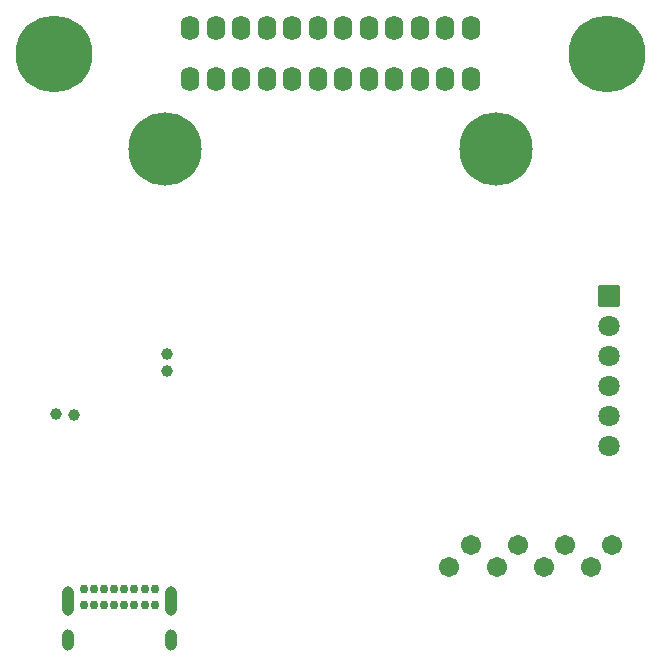
<source format=gbs>
G04*
G04 #@! TF.GenerationSoftware,Altium Limited,Altium Designer,25.8.1 (18)*
G04*
G04 Layer_Color=16711935*
%FSLAX44Y44*%
%MOMM*%
G71*
G04*
G04 #@! TF.SameCoordinates,23F0502B-7B20-4CC9-97BB-DA64BA6573D7*
G04*
G04*
G04 #@! TF.FilePolarity,Negative*
G04*
G01*
G75*
%ADD42C,0.7500*%
%ADD43C,1.7032*%
G04:AMPARAMS|DCode=44|XSize=1mm|YSize=2.5mm|CornerRadius=0.5mm|HoleSize=0mm|Usage=FLASHONLY|Rotation=0.000|XOffset=0mm|YOffset=0mm|HoleType=Round|Shape=RoundedRectangle|*
%AMROUNDEDRECTD44*
21,1,1.0000,1.5000,0,0,0.0*
21,1,0.0000,2.5000,0,0,0.0*
1,1,1.0000,0.0000,-0.7500*
1,1,1.0000,0.0000,-0.7500*
1,1,1.0000,0.0000,0.7500*
1,1,1.0000,0.0000,0.7500*
%
%ADD44ROUNDEDRECTD44*%
G04:AMPARAMS|DCode=45|XSize=1mm|YSize=1.8mm|CornerRadius=0.5mm|HoleSize=0mm|Usage=FLASHONLY|Rotation=0.000|XOffset=0mm|YOffset=0mm|HoleType=Round|Shape=RoundedRectangle|*
%AMROUNDEDRECTD45*
21,1,1.0000,0.8000,0,0,0.0*
21,1,0.0000,1.8000,0,0,0.0*
1,1,1.0000,0.0000,-0.4000*
1,1,1.0000,0.0000,-0.4000*
1,1,1.0000,0.0000,0.4000*
1,1,1.0000,0.0000,0.4000*
%
%ADD45ROUNDEDRECTD45*%
%ADD46O,1.6000X2.1000*%
%ADD47C,6.5080*%
G04:AMPARAMS|DCode=48|XSize=1.8mm|YSize=1.8mm|CornerRadius=0.1mm|HoleSize=0mm|Usage=FLASHONLY|Rotation=270.000|XOffset=0mm|YOffset=0mm|HoleType=Round|Shape=RoundedRectangle|*
%AMROUNDEDRECTD48*
21,1,1.8000,1.6000,0,0,270.0*
21,1,1.6000,1.8000,0,0,270.0*
1,1,0.2000,-0.8000,-0.8000*
1,1,0.2000,-0.8000,0.8000*
1,1,0.2000,0.8000,0.8000*
1,1,0.2000,0.8000,-0.8000*
%
%ADD48ROUNDEDRECTD48*%
%ADD49C,1.8000*%
%ADD50C,6.2032*%
%ADD51C,1.0032*%
D42*
X99990Y42596D02*
D03*
X108490Y56096D02*
D03*
Y42596D02*
D03*
X99990Y56096D02*
D03*
X74490Y42596D02*
D03*
X82990D02*
D03*
X91490D02*
D03*
X116990D02*
D03*
X125490D02*
D03*
X133990D02*
D03*
Y56096D02*
D03*
X125490D02*
D03*
X116990D02*
D03*
X91490D02*
D03*
X82990D02*
D03*
X74490D02*
D03*
D43*
X423656Y75052D02*
D03*
X441616Y93012D02*
D03*
X503656Y75052D02*
D03*
X521616Y93012D02*
D03*
X463656Y75052D02*
D03*
X481616Y93012D02*
D03*
X383656Y75052D02*
D03*
X401616Y93012D02*
D03*
D44*
X147490Y46296D02*
D03*
X60990D02*
D03*
D45*
X147490Y12496D02*
D03*
X60990D02*
D03*
D46*
X164314Y530712D02*
D03*
X185904D02*
D03*
X207494D02*
D03*
X229084D02*
D03*
X250674D02*
D03*
X272264D02*
D03*
X293854D02*
D03*
X315444D02*
D03*
X337034D02*
D03*
X358624D02*
D03*
X380214D02*
D03*
X401804D02*
D03*
X164314Y487786D02*
D03*
X185904D02*
D03*
X207494D02*
D03*
X229084D02*
D03*
X250674D02*
D03*
X272264D02*
D03*
X293854D02*
D03*
X315444D02*
D03*
X337034D02*
D03*
X358624D02*
D03*
X380214D02*
D03*
X401804D02*
D03*
D47*
X48998Y509249D02*
D03*
X517120D02*
D03*
D48*
X519000Y304200D02*
D03*
D49*
Y278800D02*
D03*
X519000Y228000D02*
D03*
X519000Y202600D02*
D03*
Y177200D02*
D03*
X519000Y253400D02*
D03*
D50*
X143050Y428300D02*
D03*
X423050D02*
D03*
D51*
X144176Y240282D02*
D03*
Y255032D02*
D03*
X50906Y204448D02*
D03*
X65406Y203698D02*
D03*
M02*

</source>
